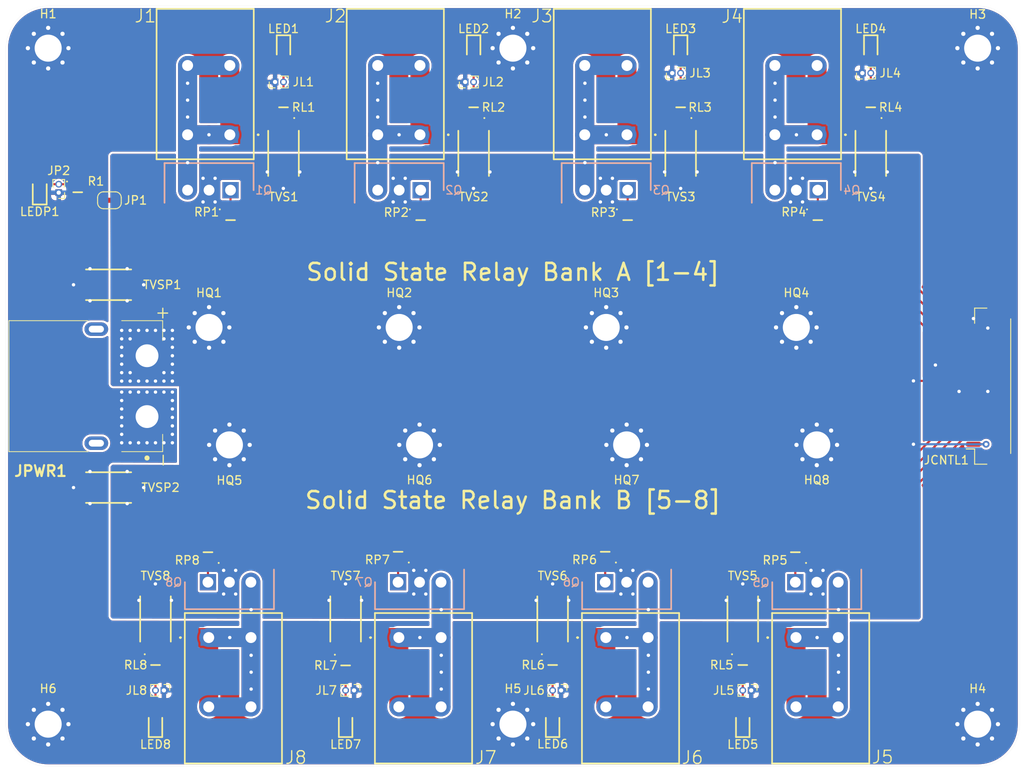
<source format=kicad_pcb>
(kicad_pcb (version 20211014) (generator pcbnew)
  (title_block (title "Solid State Relays 12V") (date "2022-08-21") (rev "0.0.2") (comment 2 "creativecommons.org/licenses/by/4.0/") (comment 3 "License: CC By 4.0") (comment 4 "Author: Michael Cummings"))
  (layers (0 "F.Cu" signal) (31 "B.Cu" signal) (34 "B.Paste" user) (35 "F.Paste" user) (36 "B.SilkS" user "B.Silkscreen") (37 "F.SilkS" user "F.Silkscreen") (38 "B.Mask" user) (39 "F.Mask" user) (44 "Edge.Cuts" user))
  (net 0 "")
  (net 1 "GNDPWR")
  (net 2 "+BATT")
  (net 3 "/a1")
  (net 4 "/a2")
  (net 5 "/a3")
  (net 6 "/a4")
  (net 7 "/a5")
  (net 8 "/a6")
  (net 9 "/a7")
  (net 10 "Net-(JP1-Pad2)")
  (net 11 "Net-(JP2-Pad2)")
  (net 12 "Net-(JL1-Pad2)")
  (net 13 "OUT1")
  (net 14 "OUT2")
  (net 15 "OUT3")
  (net 16 "OUT4")
  (net 17 "/a8")
  (net 18 "Net-(JL2-Pad2)")
  (net 19 "Net-(JL3-Pad2)")
  (net 20 "Net-(JL4-Pad2)")
  (net 21 "OUT5")
  (net 22 "OUT6")
  (net 23 "OUT7")
  (net 24 "OUT8")
  (net 25 "Net-(JL5-Pad2)")
  (net 26 "Net-(JL6-Pad2)")
  (net 27 "Net-(JL7-Pad2)")
  (net 28 "Net-(JL8-Pad2)")
  (footprint "dragon_mobile:RESC2012X65N" (layer "F.Cu") (at 111.08 40.35 -90)
    (fp_text reference "RP4")
    (fp_text value "10k" hide)
  )
  (footprint "MountingHole:MountingHole_3.2mm_M3_Pad_Via" (layer "F.Cu") (at 88.46 66.95)
    (fp_text reference "HQ7")
    (fp_text value "HeatsinkHole" hide)
  )
  (footprint "dragon_mobile:PinHeader_1x02_P1.00mm_Vertical" (layer "F.Cu") (at 116.35 22.95 90)
    (fp_text reference "JL4")
    (fp_text value "Conn_01x02" hide)
  )
  (footprint "dragon_mobile:PinHeader_1x02_P1.00mm_Vertical" (layer "F.Cu") (at 21.25 37.1 180)
    (fp_text reference "JP2")
    (fp_text value "Conn_01x02" hide)
  )
  (footprint "dragon_mobile:RESC2012X65N" (layer "F.Cu") (at 47.85 27 90)
    (fp_text reference "RL1")
    (fp_text value "1k5" hide)
  )
  (footprint "dragon_mobile:1190297" (layer "F.Cu") (at 88.5 30.25 180)
    (fp_text reference "J3")
    (fp_text value "1190297" hide)
  )
  (footprint "dragon_mobile:RESC2012X65N" (layer "F.Cu") (at 85.92 79.6 90)
    (fp_text reference "RP6")
    (fp_text value "10k" hide)
  )
  (footprint "dragon_mobile:LEDC1607X80N" (layer "F.Cu") (at 47.85 20 -90)
    (fp_text reference "LED1")
    (fp_text value "LTST-C190KFKT" hide)
  )
  (footprint "dragon_mobile:1190297" (layer "F.Cu") (at 39 89.75)
    (fp_text reference "J8")
    (fp_text value "1190297" hide)
  )
  (footprint "dragon_mobile:PinHeader_1x02_P1.00mm_Vertical" (layer "F.Cu") (at 103.2 96 -90)
    (fp_text reference "JL5")
    (fp_text value "Conn_01x02" hide)
  )
  (footprint "dragon_mobile:1190297" (layer "F.Cu") (at 108.5 89.75)
    (fp_text reference "J5")
    (fp_text value "1190297" hide)
  )
  (footprint "dragon_mobile:RESC2012X65N" (layer "F.Cu") (at 61.41 79.6 90)
    (fp_text reference "RP7")
    (fp_text value "10k" hide)
  )
  (footprint "dragon_mobile:RESC2012X65N" (layer "F.Cu") (at 23.5 37.05 -90)
    (fp_text reference "R1")
    (fp_text value "1k5" hide)
  )
  (footprint "dragon_mobile:RESC2012X65N" (layer "F.Cu") (at 88.58 40.35 -90)
    (fp_text reference "RP3")
    (fp_text value "10k" hide)
  )
  (footprint "dragon_mobile:SMBJ36CATR" (layer "F.Cu") (at 70.35 32.45 90)
    (fp_text reference "TVS2")
    (fp_text value "SM6T30AY" hide)
  )
  (footprint "dragon_mobile:RESC2012X65N" (layer "F.Cu") (at 64.08 40.35 -90)
    (fp_text reference "RP2")
    (fp_text value "10k" hide)
  )
  (footprint "dragon_mobile:LEDC1607X80N" (layer "F.Cu") (at 79.7 100 90)
    (fp_text reference "LED6")
    (fp_text value "LTST-C190KFKT" hide)
  )
  (footprint "dragon_mobile:LEDC1607X80N" (layer "F.Cu") (at 55.2 100 90)
    (fp_text reference "LED7")
    (fp_text value "LTST-C190KFKT" hide)
  )
  (footprint "MountingHole:MountingHole_3.2mm_M3_Pad_Via" (layer "F.Cu") (at 75 100)
    (fp_text reference "H5")
    (fp_text value "MountingHole" hide)
  )
  (footprint "dragon_mobile:RESC2012X65N" (layer "F.Cu") (at 55.2 93.05 -90)
    (fp_text reference "RL7")
    (fp_text value "1k5" hide)
  )
  (footprint "dragon_mobile:SMBJ36CATR" (layer "F.Cu") (at 27.15 48 180)
    (fp_text reference "TVSP1")
    (fp_text value "SM6T30AY" hide)
  )
  (footprint "MountingHole:MountingHole_3.2mm_M3_Pad_Via" (layer "F.Cu") (at 63.95 66.95)
    (fp_text reference "HQ6")
    (fp_text value "HeatsinkHole" hide)
  )
  (footprint "dragon_mobile:RESC2012X65N" (layer "F.Cu") (at 41.58 40.35 -90)
    (fp_text reference "RP1")
    (fp_text value "10k" hide)
  )
  (footprint "MountingHole:MountingHole_3.2mm_M3_Pad_Via" (layer "F.Cu") (at 20 100)
    (fp_text reference "H6")
    (fp_text value "MountingHole" hide)
  )
  (footprint "dragon_mobile:SMBJ36CATR" (layer "F.Cu") (at 27.15 72 180)
    (fp_text reference "TVSP2")
    (fp_text value "SM6T30AY" hide)
  )
  (footprint "dragon_mobile:1190297" (layer "F.Cu") (at 41.5 30.25 180)
    (fp_text reference "J1")
    (fp_text value "1190297" hide)
  )
  (footprint "dragon_mobile:PinHeader_1x02_P1.00mm_Vertical" (layer "F.Cu") (at 33.7 96 -90)
    (fp_text reference "JL8")
    (fp_text value "Conn_01x02" hide)
  )
  (footprint "dragon_mobile:LEDC1607X80N" (layer "F.Cu") (at 32.7 100 90)
    (fp_text reference "LED8")
    (fp_text value "LTST-C190KFKT" hide)
  )
  (footprint "dragon_mobile:SMBJ36CATR" (layer "F.Cu") (at 102.2 87.55 -90)
    (fp_text reference "TVS5")
    (fp_text value "SM6T30AY" hide)
  )
  (footprint "dragon_mobile:1190297" (layer "F.Cu") (at 64 30.25 180)
    (fp_text reference "J2")
    (fp_text value "1190297" hide)
  )
  (footprint "MountingHole:MountingHole_3.2mm_M3_Pad_Via" (layer "F.Cu") (at 108.54 53.05)
    (fp_text reference "HQ4")
    (fp_text value "HeatsinkHole" hide)
  )
  (footprint "dragon_mobile:LEDC1607X80N" (layer "F.Cu") (at 94.85 20 -90)
    (fp_text reference "LED3")
    (fp_text value "LTST-C190KFKT" hide)
  )
  (footprint "dragon_mobile:RESC2012X65N" (layer "F.Cu") (at 108.42 79.65 90)
    (fp_text reference "RP5")
    (fp_text value "10k" hide)
  )
  (footprint "Connector_JST:JST_GH_SM12B-GHS-TB_1x12-1MP_P1.25mm_Horizontal" (layer "F.Cu") (at 131.35 60 90)
    (fp_text reference "JCNTL1")
    (fp_text value "Conn_01x12" hide)
  )
  (footprint "MountingHole:MountingHole_3.2mm_M3_Pad_Via" (layer "F.Cu") (at 20 20)
    (fp_text reference "H1")
    (fp_text value "MountingHole" hide)
  )
  (footprint "dragon_mobile:1190297" (layer "F.Cu") (at 111 30.25 180)
    (fp_text reference "J4")
    (fp_text value "1190297" hide)
  )
  (footprint "MountingHole:MountingHole_3.2mm_M3_Pad_Via" (layer "F.Cu") (at 86.04 53.05)
    (fp_text reference "HQ3")
    (fp_text value "HeatsinkHole" hide)
  )
  (footprint "MountingHole:MountingHole_3.2mm_M3_Pad_Via" (layer "F.Cu") (at 130 100)
    (fp_text reference "H4")
    (fp_text value "MountingHole" hide)
  )
  (footprint "dragon_mobile:SMBJ36CATR" (layer "F.Cu") (at 117.35 32.45 90)
    (fp_text reference "TVS4")
    (fp_text value "SM6T30AY" hide)
  )
  (footprint "dragon_mobile:PinHeader_1x02_P1.00mm_Vertical" (layer "F.Cu") (at 56.2 96 -90)
    (fp_text reference "JL7")
    (fp_text value "Conn_01x02" hide)
  )
  (footprint "MountingHole:MountingHole_3.2mm_M3_Pad_Via" (layer "F.Cu") (at 41.45 66.95)
    (fp_text reference "HQ5")
    (fp_text value "HeatsinkHole" hide)
  )
  (footprint "dragon_mobile:RESC2012X65N" (layer "F.Cu") (at 79.7 93 -90)
    (fp_text reference "RL6")
    (fp_text value "1k5" hide)
  )
  (footprint "dragon_mobile:PinHeader_1x02_P1.00mm_Vertical" (layer "F.Cu") (at 80.7 96 -90)
    (fp_text reference "JL6")
    (fp_text value "Conn_01x02" hide)
  )
  (footprint "dragon_mobile:LEDC1607X80N" (layer "F.Cu") (at 70.35 20 -90)
    (fp_text reference "LED2")
    (fp_text value "LTST-C190KFKT" hide)
  )
  (footprint "dragon_mobile:RESC2012X65N" (layer "F.Cu") (at 38.91 79.65 90)
    (fp_text reference "RP8")
    (fp_text value "10k" hide)
  )
  (footprint "dragon_mobile:LEDC1608X80N" (layer "F.Cu") (at 19 36.9 90)
    (fp_text reference "LEDP1")
    (fp_text value "LTST-C190KGKT" hide)
  )
  (footprint "dragon_mobile:RESC2012X65N" (layer "F.Cu") (at 94.85 27 90)
    (fp_text reference "RL3")
    (fp_text value "1k5" hide)
  )
  (footprint "dragon_mobile:RESC2012X65N" (layer "F.Cu") (at 32.7 93 -90)
    (fp_text reference "RL8")
    (fp_text value "1k5" hide)
  )
  (footprint "dragon_mobile:XT60PWM" (layer "F.Cu") (at 31.7 60 90)
    (fp_text reference "JPWR1")
    (fp_text value "XT60PW-M" hide)
  )
  (footprint "dragon_mobile:SMBJ36CATR" (layer "F.Cu") (at 55.2 87.55 -90)
    (fp_text reference "TVS7")
    (fp_text value "SM6T30AY" hide)
  )
  (footprint "dragon_mobile:SMBJ36CATR" (layer "F.Cu") (at 94.85 32.45 90)
    (fp_text reference "TVS3")
    (fp_text value "SM6T30AY" hide)
  )
  (footprint "MountingHole:MountingHole_3.2mm_M3_Pad_Via" (layer "F.Cu") (at 61.54 53.05)
    (fp_text reference "HQ2")
    (fp_text value "HeatsinkHole" hide)
  )
  (footprint "dragon_mobile:1190297" (layer "F.Cu") (at 61.5 89.75)
    (fp_text reference "J7")
    (fp_text value "1190297" hide)
  )
  (footprint "dragon_mobile:RESC2012X65N" (layer "F.Cu") (at 117.35 27 90)
    (fp_text reference "RL4")
    (fp_text value "1k5" hide)
  )
  (footprint "dragon_mobile:LEDC1607X80N" (layer "F.Cu") (at 102.2 100 90)
    (fp_text reference "LED5")
    (fp_text value "LTST-C190KFKT" hide)
  )
  (footprint "MountingHole:MountingHole_3.2mm_M3_Pad_Via" (layer "F.Cu") (at 130 20)
    (fp_text reference "H3")
    (fp_text value "MountingHole" hide)
  )
  (footprint "dragon_mobile:PinHeader_1x02_P1.00mm_Vertical" (layer "F.Cu") (at 93.85 22.95 90)
    (fp_text reference "JL3")
    (fp_text value "Conn_01x02" hide)
  )
  (footprint "dragon_mobile:LEDC1607X80N" (layer "F.Cu") (at 117.35 20 -90)
    (fp_text reference "LED4")
    (fp_text value "LTST-C190KFKT" hide)
  )
  (footprint "dragon_mobile:RESC2012X65N" (layer "F.Cu") (at 70.35 27 90)
    (fp_text reference "RL2")
    (fp_text value "1k5" hide)
  )
  (footprint "Jumper:SolderJumper-2_P1.3mm_Bridged_RoundedPad1.0x1.5mm" (layer "F.Cu") (at 27.25 38 180)
    (fp_text reference "JP1")
    (fp_text value "SolderJumper_2_Bridged" hide)
  )
  (footprint "dragon_mobile:SMBJ36CATR" (layer "F.Cu") (at 32.7 87.55 -90)
    (fp_text reference "TVS8")
    (fp_text value "SM6T30AY" hide)
  )
  (footprint "dragon_mobile:PinHeader_1x02_P1.00mm_Vertical" (layer "F.Cu") (at 69.35 24 90)
    (fp_text reference "JL2")
    (fp_text value "Conn_01x02" hide)
  )
  (footprint "MountingHole:MountingHole_3.2mm_M3_Pad_Via" (layer "F.Cu") (at 39.04 53.05)
    (fp_text reference "HQ1")
    (fp_text value "HeatsinkHole" hide)
  )
  (footprint "MountingHole:MountingHole_3.2mm_M3_Pad_Via" (layer "F.Cu") (at 110.96 66.95)
    (fp_text reference "HQ8")
    (fp_text value "HeatsinkHole" hide)
  )
  (footprint "dragon_mobile:PinHeader_1x02_P1.00mm_Vertical" (layer "F.Cu") (at 46.85 24 90)
    (fp_text reference "JL1")
    (fp_text value "Conn_01x02" hide)
  )
  (footprint "MountingHole:MountingHole_3.2mm_M3_Pad_Via" (layer "F.Cu") (at 75 20)
    (fp_text reference "H2")
    (fp_text value "MountingHole" hide)
  )
  (footprint "dragon_mobile:1190297" (layer "F.Cu") (at 86 89.75)
    (fp_text reference "J6")
    (fp_text value "1190297" hide)
  )
  (footprint "dragon_mobile:SMBJ36CATR" (layer "F.Cu") (at 79.7 87.55 -90)
    (fp_text reference "TVS6")
    (fp_text value "SM6T30AY" hide)
  )
  (footprint "dragon_mobile:SMBJ36CATR" (layer "F.Cu") (at 47.85 32.45 90)
    (fp_text reference "TVS1")
    (fp_text value "SM6T30AY" hide)
  )
  (footprint "dragon_mobile:RESC2012X65N" (layer "F.Cu") (at 102.2 93 -90)
    (fp_text reference "RL5")
    (fp_text value "1k5" hide)
  )
  (footprint "dragon_mobile:TO254P469X1042X1967-3P" (layer "B.Cu") (at 61.41 83.2)
    (fp_text reference "Q7")
    (fp_text value "IRF4905PBF" hide)
  )
  (footprint "dragon_mobile:TO254P469X1042X1967-3P" (layer "B.Cu") (at 85.92 83.2)
    (fp_text reference "Q6")
    (fp_text value "IRF4905PBF" hide)
  )
  (footprint "dragon_mobile:TO254P469X1042X1967-3P" (layer "B.Cu") (at 88.58 36.8 180)
    (fp_text reference "Q3")
    (fp_text value "IRF4905PBF" hide)
  )
  (footprint "dragon_mobile:TO254P469X1042X1967-3P" (layer "B.Cu") (at 108.42 83.2)
    (fp_text reference "Q5")
    (fp_text value "IRF4905PBF" hide)
  )
  (footprint "dragon_mobile:TO254P469X1042X1967-3P" (layer "B.Cu") (at 64.08 36.8 180)
    (fp_text reference "Q2")
    (fp_text value "IRF4905PBF" hide)
  )
  (footprint "dragon_mobile:TO254P469X1042X1967-3P" (layer "B.Cu") (at 111.08 36.8 180)
    (fp_text reference "Q4")
    (fp_text value "IRF4905PBF" hide)
  )
  (footprint "dragon_mobile:TO254P469X1042X1967-3P" (layer "B.Cu") (at 41.58 36.8 180)
    (fp_text reference "Q1")
    (fp_text value "IRF4905PBF" hide)
  )
  (footprint "dragon_mobile:TO254P469X1042X1967-3P" (layer "B.Cu") (at 38.91 83.2)
    (fp_text reference "Q8")
    (fp_text value "IRF4905PBF" hide)
  )
  (gr_arc (start 20 105) (mid 16.464466 103.535534) (end 15 100) (layer "Edge.Cuts") (width 0.01))
  (gr_line (start 15 100) (end 15 20) (layer "Edge.Cuts") (width 0.01))
  (gr_line (start 130 105) (end 20 105) (layer "Edge.Cuts") (width 0.01))
  (gr_line (start 20 15) (end 130 15) (layer "Edge.Cuts") (width 0.01))
  (gr_arc (start 130 15) (mid 133.535534 16.464466) (end 135 20) (layer "Edge.Cuts") (width 0.01))
  (gr_arc (start 135 100) (mid 133.535534 103.535534) (end 130 105) (layer "Edge.Cuts") (width 0.01))
  (gr_arc (start 15 20) (mid 16.464466 16.464466) (end 20 15) (layer "Edge.Cuts") (width 0.01))
  (gr_line (start 135 20) (end 135 100) (layer "Edge.Cuts") (width 0.01))
  (gr_text "Solid State Relay Bank B [5-8]" (at 75 73.5) (layer "F.SilkS") (effects (font (size 2 2) (thickness 0.3))))
  (gr_text "Solid State Relay Bank A [1-4]" (at 75 46.5) (layer "F.SilkS") (effects (font (size 2 2) (thickness 0.3))))
  (via (at 33.7 66.7) (size 0.8) (drill 0.4) (layers "F.Cu" "B.Cu") (net 1))
  (via (at 127.8 60.625) (size 0.8) (drill 0.4) (layers "F.Cu" "B.Cu") (net 1))
  (via (at 28.7 62.7) (size 0.8) (drill 0.4) (layers "F.Cu" "B.Cu") (net 1))
  (via (at 34.7 60.7) (size 0.8) (drill 0.4) (layers "F.Cu" "B.Cu") (net 1))
  (via (at 30.7 66.7) (size 0.8) (drill 0.4) (layers "F.Cu" "B.Cu") (net 1))
  (via (at 23 72) (size 0.8) (drill 0.4) (layers "F.Cu" "B.Cu") (net 1))
  (via (at 28.7 66.7) (size 0.8) (drill 0.4) (layers "F.Cu" "B.Cu") (net 1))
  (via (at 34.7 63.7) (size 0.8) (drill 0.4) (layers "F.Cu" "B.Cu") (net 1))
  (via (at 24.95 46.1) (size 0.8) (drill 0.4) (layers "F.Cu" "B.Cu") (net 1))
  (via (at 29.7 60.7) (size 0.8) (drill 0.4) (layers "F.Cu" "B.Cu") (net 1))
  (via (at 34.7 62.7) (size 0.8) (drill 0.4) (layers "F.Cu" "B.Cu") (net 1))
  (via (at 32.7 60.7) (size 0.8) (drill 0.4) (layers "F.Cu" "B.Cu") (net 1))
  (via (at 30.7 60.7) (size 0.8) (drill 0.4) (layers "F.Cu" "B.Cu") (net 1))
  (via (at 131.2 60.625) (size 0.8) (drill 0.4) (layers "F.Cu" "B.Cu") (net 1))
  (via (at 28.7 60.7) (size 0.8) (drill 0.4) (layers "F.Cu" "B.Cu") (net 1))
  (via (at 24.95 73.9) (size 0.8) (drill 0.4) (layers "F.Cu" "B.Cu") (net 1))
  (via (at 23 48) (size 0.8) (drill 0.4) (layers "F.Cu" "B.Cu") (net 1))
  (via (at 31.7 66.7) (size 0.8) (drill 0.4) (layers "F.Cu" "B.Cu") (net 1))
  (via (at 28.7 61.7) (size 0.8) (drill 0.4) (layers "F.Cu" "B.Cu") (net 1))
  (via (at 28.7 64.7) (size 0.8) (drill 0.4) (layers "F.Cu" "B.Cu") (net 1))
  (via (at 28.7 63.7) (size 0.8) (drill 0.4) (layers "F.Cu" "B.Cu") (net 1))
  (via (at 28.7 65.7) (size 0.8) (drill 0.4) (layers "F.Cu" "B.Cu") (net 1))
  (via (at 131.2 53.125) (size 0.8) (drill 0.4) (layers "F.Cu" "B.Cu") (net 1))
  (via (at 31.7 60.7) (size 0.8) (drill 0.4) (layers "F.Cu" "B.Cu") (net 1))
  (via (at 34.7 66.7) (size 0.8) (drill 0.4) (layers "F.Cu" "B.Cu") (net 1))
  (via (at 32.7 66.7) (size 0.8) (drill 0.4) (layers "F.Cu" "B.Cu") (net 1))
  (via (at 24.95 49.9) (size 0.8) (drill 0.4) (layers "F.Cu" "B.Cu") (net 1))
  (via (at 34.7 61.7) (size 0.8) (drill 0.4) (layers "F.Cu" "B.Cu") (net 1))
  (via (at 34.7 65.7) (size 0.8) (drill 0.4) (layers "F.Cu" "B.Cu") (net 1))
  (via (at 24.95 70.1) (size 0.8) (drill 0.4) (layers "F.Cu" "B.Cu") (net 1))
  (via (at 129.5 52) (size 0.8) (drill 0.4) (layers "F.Cu" "B.Cu") (net 1))
  (via (at 34.7 64.7) (size 0.8) (drill 0.4) (layers "F.Cu" "B.Cu") (net 1))
  (via (at 29.7 66.7) (size 0.8) (drill 0.4) (layers "F.Cu" "B.Cu") (net 1))
  (via (at 33.7 60.7) (size 0.8) (drill 0.4) (layers "F.Cu" "B.Cu") (net 1))
  (via (at 125 57.5) (size 0.8) (drill 0.4) (layers "F.Cu" "B.Cu") (net 1))
  (segment (start 129.5 59.375) (end 122.4 59.375) (width 0.25) (layer "F.Cu") (net 2))
  (segment (start 129.5 66.875) (end 131 66.875) (width 0.25) (layer "F.Cu") (net 2))
  (via (at 30.7 53.4) (size 0.8) (drill 0.4) (layers "F.Cu" "B.Cu") (net 2))
  (via (at 92.95 34.65) (size 0.8) (drill 0.4) (layers "F.Cu" "B.Cu") (net 2))
  (via (at 122.4 59.375) (size 0.8) (drill 0.4) (layers "F.Cu" "B.Cu") (net 2))
  (via (at 102.2 83.4) (size 0.8) (drill 0.4) (layers "F.Cu" "B.Cu") (net 2))
  (via (at 60.83 38.2) (size 0.8) (drill 0.4) (layers "F.Cu" "B.Cu") (net 2))
  (via (at 81.6 85.35) (size 0.8) (drill 0.4) (layers "F.Cu" "B.Cu") (net 2))
  (via (at 29.7 54.4) (size 0.8) (drill 0.4) (layers "F.Cu" "B.Cu") (net 2))
  (via (at 28.7 59.4) (size 0.8) (drill 0.4) (layers "F.Cu" "B.Cu") (net 2))
  (via (at 122.4 66.875) (size 0.8) (drill 0.4) (layers "F.Cu" "B.Cu") (net 2))
  (via (at 79.7 83.4) (size 0.8) (drill 0.4) (layers "F.Cu" "B.Cu") (net 2))
  (via (at 32.7 59.4) (size 0.8) (drill 0.4) (layers "F.Cu" "B.Cu") (net 2))
  (via (at 111.7 84.6) (size 0.8) (drill 0.4) (layers "F.Cu" "B.Cu") (net 2))
  (via (at 96.8 34.65) (size 0.8) (drill 0.4) (layers "F.Cu" "B.Cu") (net 2))
  (via (at 109.275 35.4) (size 0.8) (drill 0.4) (layers "F.Cu" "B.Cu") (net 2))
  (via (at 30.7 59.4) (size 0.8) (drill 0.4) (layers "F.Cu" "B.Cu") (net 2))
  (via (at 60.83 35.4) (size 0.8) (drill 0.4) (layers "F.Cu" "B.Cu") (net 2))
  (via (at 31.3 48) (size 0.8) (drill 0.4) (layers "F.Cu" "B.Cu") (net 2))
  (via (at 89.2 81.8) (size 0.8) (drill 0.4) (layers "F.Cu" "B.Cu") (net 2))
  (via (at 34.7 55.4) (size 0.8) (drill 0.4) (layers "F.Cu" "B.Cu") (net 2))
  (via (at 33.7 54.4) (size 0.8) (drill 0.4) (layers "F.Cu" "B.Cu") (net 2))
  (via (at 31.3 72) (size 0.8) (drill 0.4) (layers "F.Cu" "B.Cu") (net 2))
  (via (at 64.69 84.6) (size 0.8) (drill 0.4) (layers "F.Cu" "B.Cu") (net 2))
  (via (at 34.7 57.4) (size 0.8) (drill 0.4) (layers "F.Cu" "B.Cu") (net 2))
  (via (at 72.28 34.65) (size 0.8) (drill 0.4) (layers "F.Cu" "B.Cu") (net 2))
  (via (at 29.35 70.1) (size 0.8) (drill 0.4) (layers "F.Cu" "B.Cu") (net 2))
  (via (at 85.35 35.4) (size 0.8) (drill 0.4) (layers "F.Cu" "B.Cu") (net 2))
  (via (at 86.775 35.4) (size 0.8) (drill 0.4) (layers "F.Cu" "B.Cu") (net 2))
  (via (at 110.275 81.8) (size 0.8) (drill 0.4) (layers "F.Cu" "B.Cu") (net 2))
  (via (at 45.93 34.65) (size 0.8) (drill 0.4) (layers "F.Cu" "B.Cu") (net 2))
  (via (at 39.755 38.2) (size 0.8) (drill 0.4) (layers "F.Cu" "B.Cu") (net 2))
  (via (at 131 66.875) (size 0.8) (drill 0.4) (layers "F.Cu" "B.Cu") (net 2))
  (via (at 62.255 35.4) (size 0.8) (drill 0.4) (layers "F.Cu" "B.Cu") (net 2))
  (via (at 34.7 58.4) (size 0.8) (drill 0.4) (layers "F.Cu" "B.Cu") (net 2))
  (via (at 42.19 84.6) (size 0.8) (drill 0.4) (layers "F.Cu" "B.Cu") (net 2))
  (via (at 85.35 38.2) (size 0.8) (drill 0.4) (layers "F.Cu" "B.Cu") (net 2))
  (via (at 38.33 35.4) (size 0.8) (drill 0.4) (layers "F.Cu" "B.Cu") (net 2))
  (via (at 28.7 55.4) (size 0.8) (drill 0.4) (layers "F.Cu" "B.Cu") (net 2))
  (via (at 28.7 54.4) (size 0.8) (drill 0.4) (layers "F.Cu" "B.Cu") (net 2))
  (via (at 38.33 38.2) (size 0.8) (drill 0.4) (layers "F.Cu" "B.Cu") (net 2))
  (via (at 87.775 84.6) (size 0.8) (drill 0.4) (layers "F.Cu" "B.Cu") (net 2))
  (via (at 109.275 38.2) (size 0.8) (drill 0.4) (layers "F.Cu" "B.Cu") (net 2))
  (via (at 86.775 38.2) (size 0.8) (drill 0.4) (layers "F.Cu" "B.Cu") (net 2))
  (via (at 55.19 83.4) (size 0.8) (drill 0.4) (layers "F.Cu" "B.Cu") (net 2))
  (via (at 34.7 54.4) (size 0.8) (drill 0.4) (layers "F.Cu" "B.Cu") (net 2))
  (via (at 87.775 81.8) (size 0.8) (drill 0.4) (layers "F.Cu" "B.Cu") (net 2))
  (via (at 42.19 81.8) (size 0.8) (drill 0.4) (layers "F.Cu" "B.Cu") (net 2))
  (via (at 30.74 85.35) (size 0.8) (drill 0.4) (layers "F.Cu" "B.Cu") (net 2))
  (via (at 63.265 81.8) (size 0.8) (drill 0.4) (layers "F.Cu" "B.Cu") (net 2))
  (via (at 28.7 58.4) (size 0.8) (drill 0.4) (layers "F.Cu" "B.Cu") (net 2))
  (via (at 40.765 84.6) (size 0.8) (drill 0.4) (layers "F.Cu" "B.Cu") (net 2))
  (via (at 94.85 36.6) (size 0.8) (drill 0.4) (layers "F.Cu" "B.Cu") (net 2))
  (via (at 119.3 34.65) (size 0.8) (drill 0.4) (layers "F.Cu" "B.Cu") (net 2))
  (via (at 49.78 34.65) (size 0.8) (drill 0.4) (layers "F.Cu" "B.Cu") (net 2))
  (via (at 33.7 53.4) (size 0.8) (drill 0.4) (layers "F.Cu" "B.Cu") (net 2))
  (via (at 107.85 35.4) (size 0.8) (drill 0.4) (layers "F.Cu" "B.Cu") (net 2))
  (via (at 68.43 34.65) (size 0.8) (drill 0.4) (layers "F.Cu" "B.Cu") (net 2))
  (via (at 70.33 36.6) (size 0.8) (drill 0.4) (layers "F.Cu" "B.Cu") (net 2))
  (via (at 33.7 58.4) (size 0.8) (drill 0.4) (layers "F.Cu" "B.Cu") (net 2))
  (via (at 53.24 85.35) (size 0.8) (drill 0.4) (layers "F.Cu" "B.Cu") (net 2))
  (via (at 100.25 85.35) (size 0.8) (drill 0.4) (layers "F.Cu" "B.Cu") (net 2))
  (via (at 111.7 81.8) (size 0.8) (drill 0.4) (layers "F.Cu" "B.Cu") (net 2))
  (via (at 62.255 38.2) (size 0.8) (drill 0.4) (layers "F.Cu" "B.Cu") (net 2))
  (via (at 28.7 53.4) (size 0.8) (drill 0.4) (layers "F.Cu" "B.Cu") (net 2))
  (via (at 29.35 46.1) (size 0.8) (drill 0.4) (layers "F.Cu" "B.Cu") (net 2))
  (via (at 34.7 59.4) (size 0.8) (drill 0.4) (layers "F.Cu" "B.Cu") (net 2))
  (via (at 47.83 36.6) (size 0.8) (drill 0.4) (layers "F.Cu" "B.Cu") (net 2))
  (via (at 40.765 81.8) (size 0.8) (drill 0.4) (layers "F.Cu" "B.Cu") (net 2))
  (via (at 34.59 85.35) (size 0.8) (drill 0.4) (layers "F.Cu" "B.Cu") (net 2))
  (via (at 34.7 56.4) (size 0.8) (drill 0.4) (layers "F.Cu" "B.Cu") (net 2))
  (via (at 107.85 38.2) (size 0.8) (drill 0.4) (layers "F.Cu" "B.Cu") (net 2))
  (via (at 28.7 57.4) (size 0.8) (drill 0.4) (layers "F.Cu" "B.Cu") (net 2))
  (via (at 32.69 83.4) (size 0.8) (drill 0.4) (layers "F.Cu" "B.Cu") (net 2))
  (via (at 29.7 53.4) (size 0.8) (drill 0.4) (layers "F.Cu" "B.Cu") (net 2))
  (via (at 115.45 34.65) (size 0.8) (drill 0.4) (layers "F.Cu" "B.Cu") (net 2))
  (via (at 29.7 58.4) (size 0.8) (drill 0.4) (layers "F.Cu" "B.Cu") (net 2))
  (via (at 32.7 53.4) (size 0.8) (drill 0.4) (layers "F.Cu" "B.Cu") (net 2))
  (via (at 31.7 53.4) (size 0.8) (drill 0.4) (layers "F.Cu" "B.Cu") (net 2))
  (via (at 110.275 84.6) (size 0.8) (drill 0.4) (layers "F.Cu" "B.Cu") (net 2))
  (via (at 64.69 81.8) (size 0.8) (drill 0.4) (layers "F.Cu" "B.Cu") (net 2))
  (via (at 29.7 59.4) (size 0.8) (drill 0.4) (layers "F.Cu" "B.Cu") (net 2))
  (via (at 29.35 49.9) (size 0.8) (drill 0.4) (layers "F.Cu" "B.Cu") (net 2))
  (via (at 117.35 36.6) (size 0.8) (drill 0.4) (layers "F.Cu" "B.Cu") (net 2))
  (via (at 39.755 35.4) (size 0.8) (drill 0.4) (layers "F.Cu" "B.Cu") (net 2))
  (via (at 28.7 56.4) (size 0.8) (drill 0.4) (layers "F.Cu" "B.Cu") (net 2))
  (via (at 34.7 53.4) (size 0.8) (drill 0.4) (layers "F.Cu" "B.Cu") (net 2))
  (via (at 31.7 59.4) (size 0.8) (drill 0.4) (layers "F.Cu" "B.Cu") (net 2))
  (via (at 33.7 59.4) (size 0.8) (drill 0.4) (layers "F.Cu" "B.Cu") (net 2))
  (via (at 104.1 85.35) (size 0.8) (drill 0.4) (layers "F.Cu" "B.Cu") (net 2))
  (via (at 57.09 85.35) (size 0.8) (drill 0.4) (layers "F.Cu" "B.Cu") (net 2))
  (via (at 89.2 84.6) (size 0.8) (drill 0.4) (layers "F.Cu" "B.Cu") (net 2))
  (via (at 29.35 73.9) (size 0.8) (drill 0.4) (layers "F.Cu" "B.Cu") (net 2))
  (via (at 77.75 85.35) (size 0.8) (drill 0.4) (layers "F.Cu" "B.Cu") (net 2))
  (via (at 63.265 84.6) (size 0.8) (drill 0.4) (layers "F.Cu" "B.Cu") (net 2))
  (segment (start 131 66.875) (end 122.4 66.875) (width 0.25) (layer "B.Cu") (net 2))
  (segment (start 46.22952 44.04952) (end 114.79952 44.04952) (width 0.25) (layer "F.Cu") (net 3))
  (segment (start 41.58 39.4) (end 46.22952 44.04952) (width 0.25) (layer "F.Cu") (net 3))
  (segment (start 41.58 39.4) (end 41.58 36.8) (width 0.25) (layer "F.Cu") (net 3))
  (segment (start 114.79952 44.04952) (end 128.825 58.075) (width 0.25) (layer "F.Cu") (net 3))
  (segment (start 64.08 39.4) (end 68.28 43.6) (width 0.25) (layer "F.Cu") (net 4))
  (segment (start 115.625 43.6) (end 128.825 56.8) (width 0.25) (layer "F.Cu") (net 4))
  (segment (start 64.08 36.8) (end 64.08 39.4) (width 0.25) (layer "F.Cu") (net 4))
  (segment (start 68.28 43.6) (end 115.625 43.6) (width 0.25) (layer "F.Cu") (net 4))
  (segment (start 116.42548 43.15048) (end 128.9 55.625) (width 0.25) (layer "F.Cu") (net 5))
  (segment (start 92.33048 43.15048) (end 116.42548 43.15048) (width 0.25) (layer "F.Cu") (net 5))
  (segment (start 88.58 36.8) (end 88.58 39.4) (width 0.25) (layer "F.Cu") (net 5))
  (segment (start 88.58 39.4) (end 92.33048 43.15048) (width 0.25) (layer "F.Cu") (net 5))
  (segment (start 111.08 39.4) (end 113.9 39.4) (width 0.25) (layer "F.Cu") (net 6))
  (segment (start 111.08 36.8) (end 111.08 39.4) (width 0.25) (layer "F.Cu") (net 6))
  (segment (start 113.9 39.4) (end 128.875 54.375) (width 0.25) (layer "F.Cu") (net 6))
  (segment (start 108.42 83.2) (end 108.42 80.6) (width 0.25) (layer "F.Cu") (net 7))
  (segment (start 108.42 80.6) (end 113.9 80.6) (width 0.25) (layer "F.Cu") (net 7))
  (segment (start 113.9 80.6) (end 128.875 65.625) (width 0.25) (layer "F.Cu") (net 7))
  (segment (start 85.92 80.55) (end 85.92 83.2) (width 0.25) (layer "F.Cu") (net 8))
  (segment (start 115.95 77.3) (end 128.875 64.375) (width 0.25) (layer "F.Cu") (net 8))
  (segment (start 89.35 77.3) (end 115.95 77.3) (width 0.25) (layer "F.Cu") (net 8))
  (segment (start 86.1 80.55) (end 89.35 77.3) (width 0.25) (layer "F.Cu") (net 8))
  (segment (start 61.6 80.55) (end 65.29952 76.85048) (width 0.25) (layer "F.Cu") (net 9))
  (segment (start 65.29952 76.85048) (end 115.19952 76.85048) (width 0.25) (layer "F.Cu") (net 9))
  (segment (start 61.41 80.55) (end 61.41 83.2) (width 0.25) (layer "F.Cu") (net 9))
  (segment (start 115.19952 76.85048) (end 128.925 63.125) (width 0.25) (layer "F.Cu") (net 9))
  (segment (start 23.5 38) (end 26.6 38) (width 0.25) (layer "F.Cu") (net 10))
  (segment (start 23.5 36.1) (end 19 36.1) (width 0.25) (layer "F.Cu") (net 11))
  (segment (start 47.85 26.05) (end 47.85 20.75) (width 0.25) (layer "F.Cu") (net 12))
  (segment (start 36.5 30.25) (end 39.03 30.25) (width 2.25) (layer "F.Cu") (net 13))
  (segment (start 47.85 27.95) (end 47.85 30.25) (width 0.25) (layer "F.Cu") (net 13))
  (segment (start 36.5 28.65) (end 36.5 36.8) (width 2.25) (layer "F.Cu") (net 13))
  (segment (start 41.5 30.25) (end 41.5 22.05) (width 2.25) (layer "F.Cu") (net 13))
  (segment (start 36.5 28.65) (end 36.5 22.05) (width 2.25) (layer "F.Cu") (net 13))
  (segment (start 39.03 30.25) (end 47.85 30.25) (width 2.25) (layer "F.Cu") (net 13))
  (via (at 36.5 33.55) (size 0.8) (drill 0.4) (layers "F.Cu" "B.Cu") (net 13))
  (via (at 36.5 26.15) (size 0.8) (drill 0.4) (layers "F.Cu" "B.Cu") (net 13))
  (via (at 36.5 24.15) (size 0.8) (drill 0.4) (layers "F.Cu" "B.Cu") (net 13))
  (via (at 36.5 28.15) (size 0.8) (drill 0.4) (layers "F.Cu" "B.Cu") (net 13))
  (via (at 39.03 30.25) (size 0.8) (drill 0.4) (layers "F.Cu" "B.Cu") (net 13))
  (segment (start 41.5 22.05) (end 36.5 22.05) (width 2.25) (layer "B.Cu") (net 13))
  (segment (start 41.5 30.25) (end 36.5 30.25) (width 2.25) (layer "B.Cu") (net 13))
  (segment (start 36.5 36.8) (end 36.5 30.25) (width 2.25) (layer "B.Cu") (net 13))
  (segment (start 36.5 22.05) (end 36.5 30.25) (width 2.25) (layer "B.Cu") (net 13))
  (segment (start 64 22.05) (end 64 30.25) (width 2.25) (layer "F.Cu") (net 14))
  (segment (start 59 36.8) (end 59 30.25) (width 2.25) (layer "F.Cu") (net 14))
  (segment (start 70.35 27.95) (end 70.35 30.25) (width 0.25) (layer "F.Cu") (net 14))
  (segment (start 59 22.05) (end 59 30.25) (width 2.25) (layer "F.Cu") (net 14))
  (segment (start 59 30.25) (end 70.35 30.25) (width 2.25) (layer "F.Cu") (net 14))
  (via (at 59 26.15) (size 0.8) (drill 0.4) (layers "F.Cu" "B.Cu") (net 14))
  (via (at 59 28.15) (size 0.8) (drill 0.4) (layers "F.Cu" "B.Cu") (net 14))
  (via (at 61.53 30.25) (size 0.8) (drill 0.4) (layers "F.Cu" "B.Cu") (net 14))
  (via (at 59 24.15) (size 0.8) (drill 0.4) (layers "F.Cu" "B.Cu") (net 14))
  (via (at 59 33.55) (size 0.8) (drill 0.4) (layers "F.Cu" "B.Cu") (net 14))
  (segment (start 59 22.05) (end 64 22.05) (width 2.25) (layer "B.Cu") (net 14))
  (segment (start 59 36.8) (end 59 22.05) (width 2.25) (layer "B.Cu") (net 14))
  (segment (start 59 30.25) (end 64 30.25) (width 2.25) (layer "B.Cu") (net 14))
  (segment (start 88.5 30.25) (end 88.5 22.05) (width 2.25) (layer "F.Cu") (net 15))
  (segment (start 83.5 30.25) (end 94.85 30.25) (width 2.25) (layer "F.Cu") (net 15))
  (segment (start 83.5 36.8) (end 83.5 22.05) (width 2.25) (layer "F.Cu") (net 15))
  (segment (start 94.85 27.95) (end 94.85 30.25) (width 0.25) (layer "F.Cu") (net 15))
  (via (at 86.05 30.25) (size 0.8) (drill 0.4) (layers "F.Cu" "B.Cu") (net 15))
  (via (at 83.52 33.55) (size 0.8) (drill 0.4) (layers "F.Cu" "B.Cu") (net 15))
  (via (at 83.52 26.15) (size 0.8) (drill 0.4) (layers "F.Cu" "B.Cu") (net 15))
  (via (at 83.52 28.15) (size 0.8) (drill 0.4) (layers "F.Cu" "B.Cu") (net 15))
  (via (at 83.52 24.15) (size 0.8) (drill 0.4) (layers "F.Cu" "B.Cu") (net 15))
  (segment (start 83.5 36.8) (end 83.5 30.25) (width 2.25) (layer "B.Cu") (net 15))
  (segment (start 83.5 22.05) (end 88.5 22.05) (width 2.25) (layer "B.Cu") (net 15))
  (segment (start 83.5 30.25) (end 88.5 30.25) (width 2.25) (layer "B.Cu") (net 15))
  (segment (start 83.5 22.05) (end 83.5 30.25) (width 2.25) (layer "B.Cu") (net 15))
  (segment (start 106 30.25) (end 117.35 30.25) (width 2.25) (layer "F.Cu") (net 16))
  (segment (start 106 36.8) (end 106 22.05) (width 2.25) (layer "F.Cu") (net 16))
  (segment (start 111 30.25) (end 111 22.05) (width 2.25) (layer "F.Cu") (net 16))
  (segment (start 117.35 27.95) (end 117.35 30.25) (width 0.25) (layer "F.Cu") (net 16))
  (via (at 106.02 33.55) (size 0.8) (drill 0.4) (layers "F.Cu" "B.Cu") (net 16))
  (via (at 108.55 30.25) (size 0.8) (drill 0.4) (layers "F.Cu" "B.Cu") (net 16))
  (via (at 106.02 28.15) (size 0.8) (drill 0.4) (layers "F.Cu" "B.Cu") (net 16))
  (via (at 106.02 24.15) (size 0.8) (drill 0.4) (layers "F.Cu" "B.Cu") (net 16))
  (via (at 106.02 26.15) (size 0.8) (drill 0.4) (layers "F.Cu" "B.Cu") (net 16))
  (segment (start 106 30.25) (end 106 22.05) (width 2.25) (layer "B.Cu") (net 16))
  (segment (start 106 30.25) (end 111 30.25) (width 2.25) (layer "B.Cu") (net 16))
  (segment (start 106 22.05) (end 111 22.05) (width 2.25) (layer "B.Cu") (net 16))
  (segment (start 106 36.8) (end 106 30.25) (width 2.25) (layer "B.Cu") (net 16))
  (segment (start 43.3 76.4) (end 114.4 76.4) (width 0.25) (layer "F.Cu") (net 17))
  (segment (start 114.4 76.4) (end 128.925 61.875) (width 0.25) (layer "F.Cu") (net 17))
  (segment (start 38.91 80.6) (end 38.91 83.2) (width 0.25) (layer "F.Cu") (net 17))
  (segment (start 39.1 80.6) (end 43.3 76.4) (width 0.25) (layer "F.Cu") (net 17))
  (segment (start 70.35 26.05) (end 70.35 20.75) (width 0.25) (layer "F.Cu") (net 18))
  (segment (start 94.85 26.05) (end 94.85 20.75) (width 0.25) (layer "F.Cu") (net 19))
  (segment (start 117.35 26.05) (end 117.35 20.75) (width 0.25) (layer "F.Cu") (net 20))
  (segment (start 108.5 97.95) (end 108.5 89.75) (width 2.25) (layer "F.Cu") (net 21))
  (segment (start 113.5 89.75) (end 102.2 89.75) (width 2.25) (layer "F.Cu") (net 21))
  (segment (start 113.5 83.2) (end 113.5 97.95) (width 2.25) (layer "F.Cu") (net 21))
  (segment (start 102.2 92.05) (end 102.2 89.75) (width 0.25) (layer "F.Cu") (net 21))
  (via (at 113.53 95.85) (size 0.8) (drill 0.4) (layers "F.Cu" "B.Cu") (net 21))
  (via (at 113.53 86.45) (size 0.8) (drill 0.4) (layers "F.Cu" "B.Cu") (net 21))
  (via (at 113.53 93.85) (size 0.8) (drill 0.4) (layers "F.Cu" "B.Cu") (net 21))
  (via (at 111 89.75) (size 0.8) (drill 0.4) (layers "F.Cu" "B.Cu") (net 21))
  (via (at 113.53 91.85) (size 0.8) (drill 0.4) (layers "F.Cu" "B.Cu") (net 21))
  (segment (start 113.5 89.75) (end 108.5 89.75) (width 2.25) (layer "B.Cu") (net 21))
  (segment (start 113.5 97.95) (end 108.5 97.95) (width 2.25) (layer "B.Cu") (net 21))
  (segment (start 113.5 89.75) (end 113.5 83.2) (width 2.25) (layer "B.Cu") (net 21))
  (segment (start 113.5 97.95) (end 113.5 89.75) (width 2.25) (layer "B.Cu") (net 21))
  (segment (start 91 89.75) (end 79.7 89.75) (width 2.25) (layer "F.Cu") (net 22))
  (segment (start 91 83.2) (end 91 97.95) (width 2.25) (layer "F.Cu") (net 22))
  (segment (start 79.7 92.05) (end 79.7 89.75) (width 0.25) (layer "F.Cu") (net 22))
  (segment (start 86 89.75) (end 86 97.95) (width 2.25) (layer "F.Cu") (net 22))
  (via (at 91.03 91.85) (size 0.8) (drill 0.4) (layers "F.Cu" "B.Cu") (net 22))
  (via (at 91.03 86.45) (size 0.8) (drill 0.4) (layers "F.Cu" "B.Cu") (net 22))
  (via (at 88.5 89.75) (size 0.8) (drill 0.4) (layers "F.Cu" "B.Cu") (net 22))
  (via (at 91.03 95.85) (size 0.8) (drill 0.4) (layers "F.Cu" "B.Cu") (net 22))
  (via (at 91.03 93.85) (size 0.8) (drill 0.4) (layers "F.Cu" "B.Cu") (net 22))
  (segment (start 86 97.95) (end 91 97.95) (width 2.25) (layer "B.Cu") (net 22))
  (segment (start 86 89.75) (end 91 89.75) (width 2.25) (layer "B.Cu") (net 22))
  (segment (start 91 89.75) (end 91 83.2) (width 2.25) (layer "B.Cu") (net 22))
  (segment (start 91 97.95) (end 91 89.75) (width 2.25) (layer "B.Cu") (net 22))
  (segment (start 66.5 89.75) (end 55.2 89.75) (width 2.25) (layer "F.Cu") (net 23))
  (segment (start 61.5 89.75) (end 61.5 97.95) (width 2.25) (layer "F.Cu") (net 23))
  (segment (start 66.49 83.2) (end 66.49 97.94) (width 2.25) (layer "F.Cu") (net 23))
  (segment (start 55.2 92.1) (end 55.2 89.75) (width 0.25) (layer "F.Cu") (net 23))
  (segment (start 66.49 97.94) (end 66.5 97.95) (width 2.25) (layer "F.Cu") (net 23))
  (via (at 66.52 93.85) (size 0.8) (drill 0.4) (layers "F.Cu" "B.Cu") (net 23))
  (via (at 66.52 95.85) (size 0.8) (drill 0.4) (layers "F.Cu" "B.Cu") (net 23))
  (via (at 63.99 89.75) (size 0.8) (drill 0.4) (layers "F.Cu" "B.Cu") (net 23))
  (via (at 66.52 91.85) (size 0.8) (drill 0.4) (layers "F.Cu" "B.Cu") (net 23))
  (via (at 66.52 86.45) (size 0.8) (drill 0.4) (layers "F.Cu" "B.Cu") (net 23))
  (segment (start 66.5 83.21) (end 66.49 83.2) (width 2.25) (layer "B.Cu") (net 23))
  (segment (start 66.5 89.75) (end 66.5 83.21) (width 2.25) (layer "B.Cu") (net 23))
  (segment (start 61.5 97.95) (end 66.5 97.95) (width 2.25) (layer "B.Cu") (net 23))
  (segment (start 61.5 89.75) (end 66.5 89.75) (width 2.25) (layer "B.Cu") (net 23))
  (segment (start 66.5 97.95) (end 66.5 89.75) (width 2.25) (layer "B.Cu") (net 23))
  (segment (start 43.99 97.94) (end 44 97.95) (width 2.25) (layer "F.Cu") (net 24))
  (segment (start 32.7 92.05) (end 32.7 89.75) (width 0.25) (layer "F.Cu") (net 24))
  (segment (start 44 89.75) (end 32.7 89.75) (width 2.25) (layer "F.Cu") (net 24))
  (segment (start 39 89.75) (end 39 97.95) (width 2.25) (layer "F.Cu") (net 24))
  (segment (start 43.99 83.2) (end 43.99 97.94) (width 2.25) (layer "F.Cu") (net 24))
  (via (at 44.02 95.85) (size 0.8) (drill 0.4) (layers "F.Cu" "B.Cu") (net 24))
  (via (at 41.49 89.75) (size 0.8) (drill 0.4) (layers "F.Cu" "B.Cu") (net 24))
  (via (at 44.02 91.85) (size 0.8) (drill 0.4) (layers "F.Cu" "B.Cu") (net 24))
  (via (at 44.02 93.85) (size 0.8) (drill 0.4) (layers "F.Cu" "B.Cu") (net 24))
  (via (at 44.02 86.45) (size 0.8) (drill 0.4) (layers "F.Cu" "B.Cu") (net 24))
  (segment (start 43.99 83.2) (end 43.99 89.74) (width 2.25) (layer "B.Cu") (net 24))
  (segment (start 44 97.95) (end 44 89.75) (width 2.25) (layer "B.Cu") (net 24))
  (segment (start 43.99 89.74) (end 44 89.75) (width 2.25) (layer "B.Cu") (net 24))
  (segment (start 39 89.75) (end 44 89.75) (width 2.25) (layer "B.Cu") (net 24))
  (segment (start 44 97.95) (end 39 97.95) (width 2.25) (layer "B.Cu") (net 24))
  (segment (start 102.2 93.95) (end 102.2 99.25) (width 0.25) (layer "F.Cu") (net 25))
  (segment (start 79.7 93.95) (end 79.7 99.25) (width 0.25) (layer "F.Cu") (net 26))
  (segment (start 55.2 94) (end 55.2 99.25) (width 0.25) (layer "F.Cu") (net 27))
  (segment (start 32.7 93.95) (end 32.7 99.25) (width 0.25) (layer "F.Cu") (net 28))
  (zone (net 1) (net_name "GNDPWR") (layers F&B.Cu) (name "GNDPWR") (connect_pads (clearance 0.254)) (min_thickness 0.254) (fill yes (thermal_gap 0.508) (thermal_bridge_width 0.508) (smoothing chamfer) (radius 0.2))
    (polygon (pts (xy 135.5 105.5) (xy 14.5 105.5) (xy 14.5 14.5) (xy 135.5 14.5)))
  )
  (zone (net 2) (net_name "+BATT") (layers F&B.Cu) (name "+BATT3") (priority 1) (connect_pads (clearance 0.254)) (min_thickness 0.254) (fill yes (thermal_gap 0.508) (thermal_bridge_width 0.508) (smoothing chamfer) (radius 0.2))
    (polygon (pts (xy 123.25 32.5) (xy 123.25 87.6) (xy 27.4 87.5) (xy 27.4 69.3) (xy 35.5 69.3215) (xy 35.5 59.99983) (xy 27.404914 59.99981) (xy 27.354914 32.49981)))
  )
)
</source>
